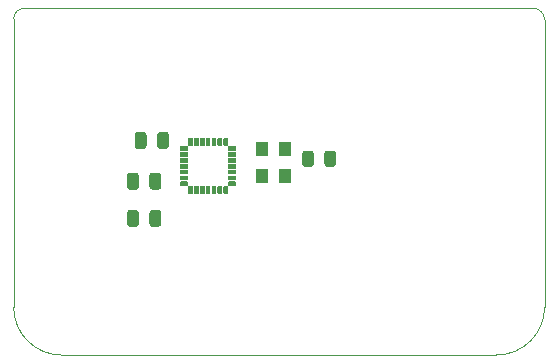
<source format=gbr>
G04 #@! TF.GenerationSoftware,KiCad,Pcbnew,(5.1.6)-1*
G04 #@! TF.CreationDate,2021-11-18T20:07:37-06:00*
G04 #@! TF.ProjectId,ControlPanelSTM32QFN28,436f6e74-726f-46c5-9061-6e656c53544d,rev?*
G04 #@! TF.SameCoordinates,Original*
G04 #@! TF.FileFunction,Paste,Bot*
G04 #@! TF.FilePolarity,Positive*
%FSLAX46Y46*%
G04 Gerber Fmt 4.6, Leading zero omitted, Abs format (unit mm)*
G04 Created by KiCad (PCBNEW (5.1.6)-1) date 2021-11-18 20:07:37*
%MOMM*%
%LPD*%
G01*
G04 APERTURE LIST*
G04 #@! TA.AperFunction,Profile*
%ADD10C,0.050000*%
G04 #@! TD*
%ADD11C,0.100000*%
%ADD12R,0.599948X0.299974*%
%ADD13R,0.299974X0.599948*%
%ADD14R,1.100000X1.300000*%
G04 APERTURE END LIST*
D10*
X175479873Y-85389743D02*
G75*
G02*
X176439940Y-86360000I-5095J-965162D01*
G01*
X131488000Y-86296602D02*
G75*
G02*
X132389685Y-85389720I901685J5182D01*
G01*
X131488000Y-110680500D02*
X131488000Y-86296602D01*
X135552000Y-114744500D02*
G75*
G02*
X131488000Y-110680500I0J4064000D01*
G01*
X172353080Y-114744500D02*
X135552000Y-114744500D01*
X176439940Y-86360000D02*
X176450164Y-110667800D01*
X176450164Y-110670340D02*
G75*
G02*
X172353080Y-114744500I-4074224J0D01*
G01*
X175479873Y-85389743D02*
X132389685Y-85389720D01*
D11*
G36*
X150264674Y-97068873D02*
G01*
X150264674Y-97368847D01*
X149664726Y-97368847D01*
X149664726Y-97068873D01*
X150264674Y-97068873D01*
G37*
X150264674Y-97068873D02*
X150264674Y-97368847D01*
X149664726Y-97368847D01*
X149664726Y-97068873D01*
X150264674Y-97068873D01*
G36*
X150264674Y-97569253D02*
G01*
X150264674Y-97869227D01*
X149664726Y-97869227D01*
X149664726Y-97569253D01*
X150264674Y-97569253D01*
G37*
X150264674Y-97569253D02*
X150264674Y-97869227D01*
X149664726Y-97869227D01*
X149664726Y-97569253D01*
X150264674Y-97569253D01*
G36*
X150264674Y-98069633D02*
G01*
X150264674Y-98369607D01*
X149664726Y-98369607D01*
X149664726Y-98069633D01*
X150264674Y-98069633D01*
G37*
X150264674Y-98069633D02*
X150264674Y-98369607D01*
X149664726Y-98369607D01*
X149664726Y-98069633D01*
X150264674Y-98069633D01*
G36*
X150264674Y-98570013D02*
G01*
X150264674Y-98869987D01*
X149664726Y-98869987D01*
X149664726Y-98570013D01*
X150264674Y-98570013D01*
G37*
X150264674Y-98570013D02*
X150264674Y-98869987D01*
X149664726Y-98869987D01*
X149664726Y-98570013D01*
X150264674Y-98570013D01*
G36*
X150264674Y-99070393D02*
G01*
X150264674Y-99370367D01*
X149664726Y-99370367D01*
X149664726Y-99070393D01*
X150264674Y-99070393D01*
G37*
X150264674Y-99070393D02*
X150264674Y-99370367D01*
X149664726Y-99370367D01*
X149664726Y-99070393D01*
X150264674Y-99070393D01*
G36*
X150264674Y-99570773D02*
G01*
X150264674Y-99870747D01*
X149664726Y-99870747D01*
X149664726Y-99570773D01*
X150264674Y-99570773D01*
G37*
X150264674Y-99570773D02*
X150264674Y-99870747D01*
X149664726Y-99870747D01*
X149664726Y-99570773D01*
X150264674Y-99570773D01*
G36*
X150264674Y-100071153D02*
G01*
X150264674Y-100371127D01*
X149664726Y-100371127D01*
X149664726Y-100071153D01*
X150264674Y-100071153D01*
G37*
X150264674Y-100071153D02*
X150264674Y-100371127D01*
X149664726Y-100371127D01*
X149664726Y-100071153D01*
X150264674Y-100071153D01*
G36*
X149571127Y-100464726D02*
G01*
X149571127Y-101064674D01*
X149271153Y-101064674D01*
X149271153Y-100464726D01*
X149571127Y-100464726D01*
G37*
X149571127Y-100464726D02*
X149571127Y-101064674D01*
X149271153Y-101064674D01*
X149271153Y-100464726D01*
X149571127Y-100464726D01*
G36*
X149070747Y-100464726D02*
G01*
X149070747Y-101064674D01*
X148770773Y-101064674D01*
X148770773Y-100464726D01*
X149070747Y-100464726D01*
G37*
X149070747Y-100464726D02*
X149070747Y-101064674D01*
X148770773Y-101064674D01*
X148770773Y-100464726D01*
X149070747Y-100464726D01*
G36*
X148570367Y-100464726D02*
G01*
X148570367Y-101064674D01*
X148270393Y-101064674D01*
X148270393Y-100464726D01*
X148570367Y-100464726D01*
G37*
X148570367Y-100464726D02*
X148570367Y-101064674D01*
X148270393Y-101064674D01*
X148270393Y-100464726D01*
X148570367Y-100464726D01*
G36*
X148069987Y-100464726D02*
G01*
X148069987Y-101064674D01*
X147770013Y-101064674D01*
X147770013Y-100464726D01*
X148069987Y-100464726D01*
G37*
X148069987Y-100464726D02*
X148069987Y-101064674D01*
X147770013Y-101064674D01*
X147770013Y-100464726D01*
X148069987Y-100464726D01*
G36*
X147569607Y-100464726D02*
G01*
X147569607Y-101064674D01*
X147269633Y-101064674D01*
X147269633Y-100464726D01*
X147569607Y-100464726D01*
G37*
X147569607Y-100464726D02*
X147569607Y-101064674D01*
X147269633Y-101064674D01*
X147269633Y-100464726D01*
X147569607Y-100464726D01*
G36*
X147069227Y-100464726D02*
G01*
X147069227Y-101064674D01*
X146769253Y-101064674D01*
X146769253Y-100464726D01*
X147069227Y-100464726D01*
G37*
X147069227Y-100464726D02*
X147069227Y-101064674D01*
X146769253Y-101064674D01*
X146769253Y-100464726D01*
X147069227Y-100464726D01*
G36*
X146568847Y-100464726D02*
G01*
X146568847Y-101064674D01*
X146268873Y-101064674D01*
X146268873Y-100464726D01*
X146568847Y-100464726D01*
G37*
X146568847Y-100464726D02*
X146568847Y-101064674D01*
X146268873Y-101064674D01*
X146268873Y-100464726D01*
X146568847Y-100464726D01*
G36*
X146175274Y-100071153D02*
G01*
X146175274Y-100371127D01*
X145575326Y-100371127D01*
X145575326Y-100071153D01*
X146175274Y-100071153D01*
G37*
X146175274Y-100071153D02*
X146175274Y-100371127D01*
X145575326Y-100371127D01*
X145575326Y-100071153D01*
X146175274Y-100071153D01*
G36*
X146175274Y-99570773D02*
G01*
X146175274Y-99870747D01*
X145575326Y-99870747D01*
X145575326Y-99570773D01*
X146175274Y-99570773D01*
G37*
X146175274Y-99570773D02*
X146175274Y-99870747D01*
X145575326Y-99870747D01*
X145575326Y-99570773D01*
X146175274Y-99570773D01*
G36*
X146175274Y-99070393D02*
G01*
X146175274Y-99370367D01*
X145575326Y-99370367D01*
X145575326Y-99070393D01*
X146175274Y-99070393D01*
G37*
X146175274Y-99070393D02*
X146175274Y-99370367D01*
X145575326Y-99370367D01*
X145575326Y-99070393D01*
X146175274Y-99070393D01*
G36*
X146175274Y-98570013D02*
G01*
X146175274Y-98869987D01*
X145575326Y-98869987D01*
X145575326Y-98570013D01*
X146175274Y-98570013D01*
G37*
X146175274Y-98570013D02*
X146175274Y-98869987D01*
X145575326Y-98869987D01*
X145575326Y-98570013D01*
X146175274Y-98570013D01*
G36*
X146175274Y-98069633D02*
G01*
X146175274Y-98369607D01*
X145575326Y-98369607D01*
X145575326Y-98069633D01*
X146175274Y-98069633D01*
G37*
X146175274Y-98069633D02*
X146175274Y-98369607D01*
X145575326Y-98369607D01*
X145575326Y-98069633D01*
X146175274Y-98069633D01*
G36*
X146175274Y-97569253D02*
G01*
X146175274Y-97869227D01*
X145575326Y-97869227D01*
X145575326Y-97569253D01*
X146175274Y-97569253D01*
G37*
X146175274Y-97569253D02*
X146175274Y-97869227D01*
X145575326Y-97869227D01*
X145575326Y-97569253D01*
X146175274Y-97569253D01*
G36*
X146175274Y-97068873D02*
G01*
X146175274Y-97368847D01*
X145575326Y-97368847D01*
X145575326Y-97068873D01*
X146175274Y-97068873D01*
G37*
X146175274Y-97068873D02*
X146175274Y-97368847D01*
X145575326Y-97368847D01*
X145575326Y-97068873D01*
X146175274Y-97068873D01*
G36*
X146568847Y-96375326D02*
G01*
X146568847Y-96975274D01*
X146268873Y-96975274D01*
X146268873Y-96375326D01*
X146568847Y-96375326D01*
G37*
X146568847Y-96375326D02*
X146568847Y-96975274D01*
X146268873Y-96975274D01*
X146268873Y-96375326D01*
X146568847Y-96375326D01*
G36*
X147069227Y-96375326D02*
G01*
X147069227Y-96975274D01*
X146769253Y-96975274D01*
X146769253Y-96375326D01*
X147069227Y-96375326D01*
G37*
X147069227Y-96375326D02*
X147069227Y-96975274D01*
X146769253Y-96975274D01*
X146769253Y-96375326D01*
X147069227Y-96375326D01*
G36*
X147569607Y-96375326D02*
G01*
X147569607Y-96975274D01*
X147269633Y-96975274D01*
X147269633Y-96375326D01*
X147569607Y-96375326D01*
G37*
X147569607Y-96375326D02*
X147569607Y-96975274D01*
X147269633Y-96975274D01*
X147269633Y-96375326D01*
X147569607Y-96375326D01*
G36*
X148069987Y-96375326D02*
G01*
X148069987Y-96975274D01*
X147770013Y-96975274D01*
X147770013Y-96375326D01*
X148069987Y-96375326D01*
G37*
X148069987Y-96375326D02*
X148069987Y-96975274D01*
X147770013Y-96975274D01*
X147770013Y-96375326D01*
X148069987Y-96375326D01*
G36*
X148570367Y-96375326D02*
G01*
X148570367Y-96975274D01*
X148270393Y-96975274D01*
X148270393Y-96375326D01*
X148570367Y-96375326D01*
G37*
X148570367Y-96375326D02*
X148570367Y-96975274D01*
X148270393Y-96975274D01*
X148270393Y-96375326D01*
X148570367Y-96375326D01*
G36*
X149070747Y-96375326D02*
G01*
X149070747Y-96975274D01*
X148770773Y-96975274D01*
X148770773Y-96375326D01*
X149070747Y-96375326D01*
G37*
X149070747Y-96375326D02*
X149070747Y-96975274D01*
X148770773Y-96975274D01*
X148770773Y-96375326D01*
X149070747Y-96375326D01*
G36*
X149571127Y-96375326D02*
G01*
X149571127Y-96975274D01*
X149271153Y-96975274D01*
X149271153Y-96375326D01*
X149571127Y-96375326D01*
G37*
X149571127Y-96375326D02*
X149571127Y-96975274D01*
X149271153Y-96975274D01*
X149271153Y-96375326D01*
X149571127Y-96375326D01*
D12*
X149964700Y-97218860D03*
X149964700Y-97719240D03*
X149964700Y-98219620D03*
X149964700Y-98720000D03*
X149964700Y-99220380D03*
X149964700Y-99720760D03*
X149964700Y-100221140D03*
D13*
X149421140Y-100764700D03*
X148920760Y-100764700D03*
X148420380Y-100764700D03*
X147920000Y-100764700D03*
X147419620Y-100764700D03*
X146919240Y-100764700D03*
X146418860Y-100764700D03*
D12*
X145875300Y-100221140D03*
X145875300Y-99720760D03*
X145875300Y-99220380D03*
X145875300Y-98720000D03*
X145875300Y-98219620D03*
X145875300Y-97719240D03*
X145875300Y-97218860D03*
D13*
X146418860Y-96675300D03*
X146919240Y-96675300D03*
X147419620Y-96675300D03*
X147920000Y-96675300D03*
X148420380Y-96675300D03*
X148920760Y-96675300D03*
X149421140Y-96675300D03*
G36*
G01*
X141090000Y-100505000D02*
X141090000Y-99555000D01*
G75*
G02*
X141340000Y-99305000I250000J0D01*
G01*
X141840000Y-99305000D01*
G75*
G02*
X142090000Y-99555000I0J-250000D01*
G01*
X142090000Y-100505000D01*
G75*
G02*
X141840000Y-100755000I-250000J0D01*
G01*
X141340000Y-100755000D01*
G75*
G02*
X141090000Y-100505000I0J250000D01*
G01*
G37*
G36*
G01*
X142990000Y-100505000D02*
X142990000Y-99555000D01*
G75*
G02*
X143240000Y-99305000I250000J0D01*
G01*
X143740000Y-99305000D01*
G75*
G02*
X143990000Y-99555000I0J-250000D01*
G01*
X143990000Y-100505000D01*
G75*
G02*
X143740000Y-100755000I-250000J0D01*
G01*
X143240000Y-100755000D01*
G75*
G02*
X142990000Y-100505000I0J250000D01*
G01*
G37*
G36*
G01*
X144650000Y-96105000D02*
X144650000Y-97055000D01*
G75*
G02*
X144400000Y-97305000I-250000J0D01*
G01*
X143900000Y-97305000D01*
G75*
G02*
X143650000Y-97055000I0J250000D01*
G01*
X143650000Y-96105000D01*
G75*
G02*
X143900000Y-95855000I250000J0D01*
G01*
X144400000Y-95855000D01*
G75*
G02*
X144650000Y-96105000I0J-250000D01*
G01*
G37*
G36*
G01*
X142750000Y-96105000D02*
X142750000Y-97055000D01*
G75*
G02*
X142500000Y-97305000I-250000J0D01*
G01*
X142000000Y-97305000D01*
G75*
G02*
X141750000Y-97055000I0J250000D01*
G01*
X141750000Y-96105000D01*
G75*
G02*
X142000000Y-95855000I250000J0D01*
G01*
X142500000Y-95855000D01*
G75*
G02*
X142750000Y-96105000I0J-250000D01*
G01*
G37*
G36*
G01*
X142090000Y-102705000D02*
X142090000Y-103655000D01*
G75*
G02*
X141840000Y-103905000I-250000J0D01*
G01*
X141340000Y-103905000D01*
G75*
G02*
X141090000Y-103655000I0J250000D01*
G01*
X141090000Y-102705000D01*
G75*
G02*
X141340000Y-102455000I250000J0D01*
G01*
X141840000Y-102455000D01*
G75*
G02*
X142090000Y-102705000I0J-250000D01*
G01*
G37*
G36*
G01*
X143990000Y-102705000D02*
X143990000Y-103655000D01*
G75*
G02*
X143740000Y-103905000I-250000J0D01*
G01*
X143240000Y-103905000D01*
G75*
G02*
X142990000Y-103655000I0J250000D01*
G01*
X142990000Y-102705000D01*
G75*
G02*
X143240000Y-102455000I250000J0D01*
G01*
X143740000Y-102455000D01*
G75*
G02*
X143990000Y-102705000I0J-250000D01*
G01*
G37*
G36*
G01*
X158777500Y-97673750D02*
X158777500Y-98586250D01*
G75*
G02*
X158533750Y-98830000I-243750J0D01*
G01*
X158046250Y-98830000D01*
G75*
G02*
X157802500Y-98586250I0J243750D01*
G01*
X157802500Y-97673750D01*
G75*
G02*
X158046250Y-97430000I243750J0D01*
G01*
X158533750Y-97430000D01*
G75*
G02*
X158777500Y-97673750I0J-243750D01*
G01*
G37*
G36*
G01*
X156902500Y-97673750D02*
X156902500Y-98586250D01*
G75*
G02*
X156658750Y-98830000I-243750J0D01*
G01*
X156171250Y-98830000D01*
G75*
G02*
X155927500Y-98586250I0J243750D01*
G01*
X155927500Y-97673750D01*
G75*
G02*
X156171250Y-97430000I243750J0D01*
G01*
X156658750Y-97430000D01*
G75*
G02*
X156902500Y-97673750I0J-243750D01*
G01*
G37*
D14*
X152550000Y-99610000D03*
X152550000Y-97310000D03*
X154450000Y-97310000D03*
X154450000Y-99610000D03*
M02*

</source>
